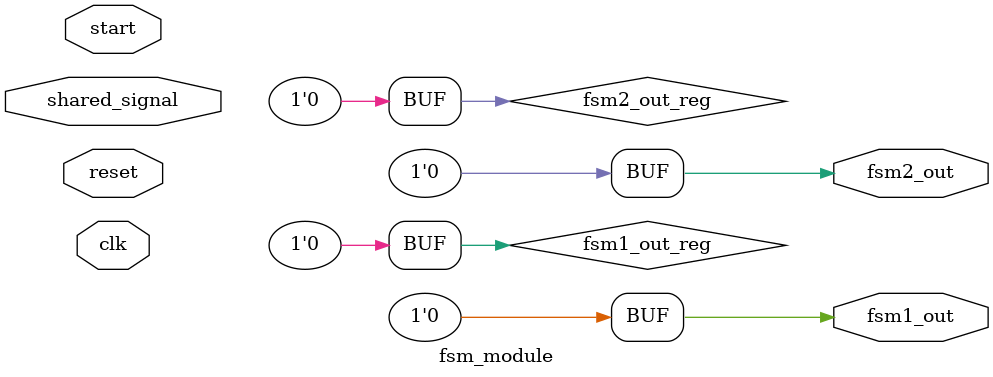
<source format=v>
module fsm_module (
    input clk,
    input reset,
    input shared_signal,
    input start,
    output fsm1_out,
    output fsm2_out
);

    parameter WIDTH = 2;
    parameter X = 2'b00;
    parameter Y = 2'b01;
    parameter Z = 2'b10;
    parameter deadlock_state = 2'b11;
    
    reg [WIDTH-1:0] current_state1 = X;
    reg [WIDTH-1:0] current_state2 = X;
    
    reg [WIDTH-1:0] next_state1 = X;
    reg [WIDTH-1:0] next_state2 = X;
    
    reg fsm1_out_reg = 0;
    reg fsm2_out_reg = 0;
    
    reg shared_signal_reg = 0;
    wire shared_signal_r = shared_signal_reg;
    
    // FSM1 (CWE 364)
    always @(posedge clk, posedge reset) begin
        if (reset) begin
            current_state1 <= X;
        end else begin
            current_state1 <= next_state1;
        end
    end
    
    always @* begin
        next_state1 = current_state1;
        case (current_state1)
            X: begin
                if (start)
                    next_state1 = Y;
                else
                    next_state1 = deadlock_state;
            end
            Y: begin
                next_state1 = Z;
            end
            Z: begin
                next_state1 = X;
            end
            deadlock_state: begin
                next_state1 = deadlock_state;
            end
        endcase
    end
    
    // FSM2 (CWE 364)
    always @(posedge clk, posedge reset) begin
        if (reset) begin
            current_state2 <= X;
        end else begin
            current_state2 <= next_state2;
        end
    end
    
    always @* begin
        next_state2 = current_state2;
        case (current_state2)
            X: begin
                if (start)
                    next_state2 = Y;
                else
                    next_state2 = deadlock_state;
            end
            Y: begin
                next_state2 = Z;
            end
            Z: begin
                next_state2 = X;
            end
            deadlock_state: begin
                next_state2 = deadlock_state;
            end
        endcase
    end
    
    always @(posedge clk) begin
        shared_signal_reg <= shared_signal;
    end
    
    assign fsm1_out = fsm1_out_reg;
    assign fsm2_out = fsm2_out_reg;
    
    // Weakness: Signal handler race condition due to shared_signal_r
endmodule
</source>
